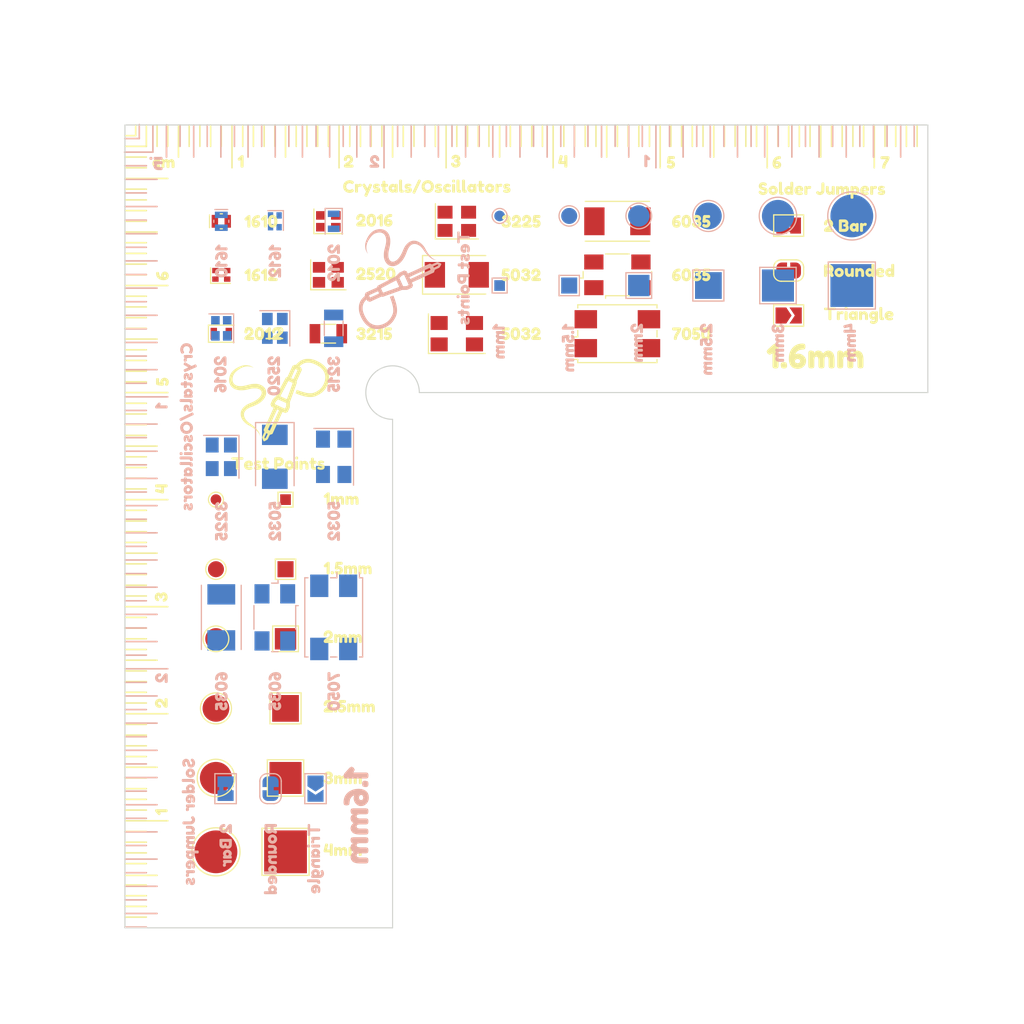
<source format=kicad_pcb>
(kicad_pcb (version 20221232) (generator pcbnew)
  (layers (0 "F.Cu" signal) (31 "B.Cu" signal) (34 "B.Paste" user) (35 "F.Paste" user) (36 "B.SilkS" user "B.Silkscreen") (37 "F.SilkS" user "F.Silkscreen") (38 "B.Mask" user) (39 "F.Mask" user) (44 "Edge.Cuts" user))
  (net 0 "")
  (footprint "TestPoint:TestPoint_Pad_D2.5mm" (layer "F.Cu") (at 28.5 134.500001 -90)
    (fp_text reference "2.5mm" hide)
    (fp_text value "TestPoint_Pad_D2.5mm")
    (pad "1" smd circle locked (at 0 0 270) (size 2.5 2.5) (layers "F.Cu" "F.Mask"))
  )
  (footprint "kibuzzard-61E053E1" (layer "F.Cu") (at 80.9 83.5)
    (fp_text reference "kibuzzard-61E053E1" hide)
    (fp_text value "G***" hide)
  )
  (footprint "kibuzzard-61E06B38" (layer "F.Cu") (at 57.015081 94)
    (fp_text reference "kibuzzard-61E06B38" hide)
    (fp_text value "G***" hide)
  )
  (footprint "TestPoint:TestPoint_Pad_D1.0mm" (layer "F.Cu") (at 28.5 115 -90)
    (fp_text reference "1mm" hide)
    (fp_text value "TestPoint_Pad_D1.0mm")
    (pad "1" smd circle locked (at 0 0 270) (size 1 1) (layers "F.Cu" "F.Mask"))
  )
  (footprint "Crystal:Crystal_SMD_2520-4Pin_2.5x2.0mm" (layer "F.Cu") (at 39 94)
    (fp_text reference "2520" hide)
    (fp_text value "Crystal_SMD_2520-4Pin_2.5x2.0mm")
    (pad "1" smd rect locked (at -0.875 0.7) (size 1.15 1) (layers "F.Cu" "F.Paste" "F.Mask"))
    (pad "2" smd rect locked (at 0.875 0.7) (size 1.15 1) (layers "F.Cu" "F.Paste" "F.Mask"))
    (pad "3" smd rect locked (at 0.875 -0.7) (size 1.15 1) (layers "F.Cu" "F.Paste" "F.Mask"))
    (pad "4" smd rect locked (at -0.875 -0.7) (size 1.15 1) (layers "F.Cu" "F.Paste" "F.Mask"))
  )
  (footprint "TestPoint:TestPoint_Pad_3.0x3.0mm" (layer "F.Cu") (at 35 141.000001 -90)
    (fp_text reference "3mm" hide)
    (fp_text value "TestPoint_Pad_3.0x3.0mm")
    (pad "1" smd rect locked (at 0 0 270) (size 3 3) (layers "F.Cu" "F.Mask"))
  )
  (footprint "TestPoint:TestPoint_Pad_D3.0mm" (layer "F.Cu") (at 28.5 141.000001 -90)
    (fp_text reference "3mm" hide)
    (fp_text value "TestPoint_Pad_D3.0mm")
    (pad "1" smd circle locked (at 0 0 270) (size 3 3) (layers "F.Cu" "F.Mask"))
  )
  (footprint "Symbols_Extra:SolderParty-New-Logo_10x8.5mm_SilkScreen" (layer "F.Cu") (at 34.720286 105.377462)
    (fp_text reference "G***" hide)
    (fp_text value "LOGO" hide)
  )
  (footprint "Crystal:Crystal_SMD_MicroCrystal_CM9V-T1A-2Pin_1.6x1.0mm" (layer "F.Cu") (at 29 89)
    (fp_text reference "1610" hide)
    (fp_text value "Crystal_SMD_MicroCrystal_CM9V-T1A-2Pin_1.6x1.0mm")
    (pad "1" smd rect locked (at -0.6 0) (size 0.6 1.2) (layers "F.Cu" "F.Paste" "F.Mask"))
    (pad "2" smd rect locked (at 0.6 0) (size 0.6 1.2) (layers "F.Cu" "F.Paste" "F.Mask"))
  )
  (footprint "kibuzzard-61E06B38" (layer "F.Cu") (at 57.015081 99.5)
    (fp_text reference "kibuzzard-61E06B38" hide)
    (fp_text value "G***" hide)
  )
  (footprint "kibuzzard-61E06B3F" (layer "F.Cu") (at 43.3 88.9)
    (fp_text reference "kibuzzard-61E06B3F" hide)
    (fp_text value "G***" hide)
  )
  (footprint "Crystal:Crystal_SMD_Abracon_ABM7-2Pin_6.0x3.5mm" (layer "F.Cu") (at 66 89)
    (fp_text reference "6035" hide)
    (fp_text value "Crystal_SMD_Abracon_ABM7-2Pin_6.0x3.5mm" hide)
    (pad "1" smd rect locked (at -2.15 0) (size 1.9 2.6) (layers "F.Cu" "F.Paste" "F.Mask"))
    (pad "2" smd rect locked (at 2.15 0) (size 1.9 2.6) (layers "F.Cu" "F.Paste" "F.Mask"))
  )
  (footprint "kibuzzard-61E06B0A" (layer "F.Cu") (at 87.3 89.4)
    (fp_text reference "kibuzzard-61E06B0A" hide)
    (fp_text value "G***" hide)
  )
  (footprint "Oscillator:Oscillator_SMD_Abracon_ASCO-4Pin_1.6x1.2mm" (layer "F.Cu") (at 29 94 90)
    (fp_text reference "1612" hide)
    (fp_text value "Oscillator_SMD_Abracon_ASCO-4Pin_1.6x1.2mm")
    (pad "1" smd rect locked (at -0.4 -0.55 90) (size 0.5 0.6) (layers "F.Cu" "F.Paste" "F.Mask"))
    (pad "2" smd rect locked (at -0.4 0.55 90) (size 0.5 0.6) (layers "F.Cu" "F.Paste" "F.Mask"))
    (pad "3" smd rect locked (at 0.4 0.55 90) (size 0.5 0.6) (layers "F.Cu" "F.Paste" "F.Mask"))
    (pad "4" smd rect locked (at 0.4 -0.55 90) (size 0.5 0.6) (layers "F.Cu" "F.Paste" "F.Mask"))
  )
  (footprint "kibuzzard-61E06AD0" (layer "F.Cu") (at 85.1 86.1)
    (fp_text reference "kibuzzard-61E06AD0" hide)
    (fp_text value "G***" hide)
  )
  (footprint "kibuzzard-61E037E5" (layer "F.Cu") (at 23.383331 124.1 90)
    (fp_text reference "kibuzzard-61E037E5" hide)
    (fp_text value "G***" hide)
  )
  (footprint "kibuzzard-61E053D5" (layer "F.Cu") (at 71 83.5)
    (fp_text reference "kibuzzard-61E053D5" hide)
    (fp_text value "G***" hide)
  )
  (footprint "kibuzzard-61E06B4F" (layer "F.Cu") (at 32.7 89)
    (fp_text reference "kibuzzard-61E06B4F" hide)
    (fp_text value "G***" hide)
  )
  (footprint "Crystal:Crystal_SMD_2016-4Pin_2.0x1.6mm" (layer "F.Cu") (at 39 89)
    (fp_text reference "2016" hide)
    (fp_text value "Crystal_SMD_2016-4Pin_2.0x1.6mm")
    (pad "1" smd rect locked (at -0.7 0.55) (size 0.9 0.8) (layers "F.Cu" "F.Paste" "F.Mask"))
    (pad "2" smd rect locked (at 0.7 0.55) (size 0.9 0.8) (layers "F.Cu" "F.Paste" "F.Mask"))
    (pad "3" smd rect locked (at 0.7 -0.55) (size 0.9 0.8) (layers "F.Cu" "F.Paste" "F.Mask"))
    (pad "4" smd rect locked (at -0.7 -0.55) (size 0.9 0.8) (layers "F.Cu" "F.Paste" "F.Mask"))
  )
  (footprint "kibuzzard-61E06B80" (layer "F.Cu") (at 40.9524 134.3)
    (fp_text reference "kibuzzard-61E06B80" hide)
    (fp_text value "G***" hide)
  )
  (footprint "TestPoint:TestPoint_Pad_D4.0mm" (layer "F.Cu") (at 28.5 147.9 -90)
    (fp_text reference "REF**" hide)
    (fp_text value "TestPoint_Pad_D4.0mm")
    (pad "1" smd circle locked (at 0 0 270) (size 4 4) (layers "F.Cu" "F.Mask"))
  )
  (footprint "kibuzzard-61E037E3" (layer "F.Cu") (at 23.392062 134 90)
    (fp_text reference "kibuzzard-61E037E3" hide)
    (fp_text value "G***" hide)
  )
  (footprint "kibuzzard-61E06B15" (layer "F.Cu") (at 88.545394 97.8)
    (fp_text reference "kibuzzard-61E06B15" hide)
    (fp_text value "G***" hide)
  )
  (footprint "kibuzzard-61E06B7A" (layer "F.Cu") (at 40.343594 127.8)
    (fp_text reference "kibuzzard-61E06B7A" hide)
    (fp_text value "G***" hide)
  )
  (footprint "Crystal:Crystal_SMD_2012-2Pin_2.0x1.2mm" (layer "F.Cu") (at 29 99.5)
    (fp_text reference "2012" hide)
    (fp_text value "Crystal_SMD_2012-2Pin_2.0x1.2mm")
    (pad "1" smd rect locked (at -0.7 0) (size 0.6 1.1) (layers "F.Cu" "F.Paste" "F.Mask"))
    (pad "2" smd rect locked (at 0.7 0) (size 0.6 1.1) (layers "F.Cu" "F.Paste" "F.Mask"))
  )
  (footprint "Crystal:Crystal_SMD_3215-2Pin_3.2x1.5mm" (layer "F.Cu") (at 39 99.5)
    (fp_text reference "3215" hide)
    (fp_text value "Crystal_SMD_3215-2Pin_3.2x1.5mm")
    (pad "1" smd rect locked (at 1.25 0) (size 1 1.8) (layers "F.Cu" "F.Paste" "F.Mask"))
    (pad "2" smd rect locked (at -1.25 0) (size 1 1.8) (layers "F.Cu" "F.Paste" "F.Mask"))
  )
  (footprint "kibuzzard-61E037E9" (layer "F.Cu") (at 60.9 83.4)
    (fp_text reference "kibuzzard-61E037E9" hide)
    (fp_text value "G***" hide)
  )
  (footprint "kibuzzard-61E053ED" (layer "F.Cu") (at 91 83.5)
    (fp_text reference "kibuzzard-61E053ED" hide)
    (fp_text value "G***" hide)
  )
  (footprint "kibuzzard-61E06A9F" (layer "F.Cu") (at 48.2 85.9)
    (fp_text reference "kibuzzard-61E06A9F" hide)
    (fp_text value "G***" hide)
  )
  (footprint "kibuzzard-61E06B89" (layer "F.Cu") (at 40.338037 147.7)
    (fp_text reference "kibuzzard-61E06B89" hide)
    (fp_text value "G***" hide)
  )
  (footprint "TestPoint:TestPoint_Pad_D2.0mm" (layer "F.Cu") (at 28.5 128.000001 -90)
    (fp_text reference "2mm" hide)
    (fp_text value "TestPoint_Pad_D2.0mm")
    (pad "1" smd circle locked (at 0 0 270) (size 2 2) (layers "F.Cu" "F.Mask"))
  )
  (footprint "kibuzzard-61E06B49" (layer "F.Cu") (at 43.276187 99.5)
    (fp_text reference "kibuzzard-61E06B49" hide)
    (fp_text value "G***" hide)
  )
  (footprint "Crystal:Crystal_SMD_3225-4Pin_3.2x2.5mm" (layer "F.Cu") (at 51 89)
    (fp_text reference "3225" hide)
    (fp_text value "Crystal_SMD_3225-4Pin_3.2x2.5mm")
    (pad "1" smd rect locked (at -1.1 0.85) (size 1.4 1.2) (layers "F.Cu" "F.Paste" "F.Mask"))
    (pad "2" smd rect locked (at 1.1 0.85) (size 1.4 1.2) (layers "F.Cu" "F.Paste" "F.Mask"))
    (pad "3" smd rect locked (at 1.1 -0.85) (size 1.4 1.2) (layers "F.Cu" "F.Paste" "F.Mask"))
    (pad "4" smd rect locked (at -1.1 -0.85) (size 1.4 1.2) (layers "F.Cu" "F.Paste" "F.Mask"))
  )
  (footprint "kibuzzard-61E06B63" (layer "F.Cu") (at 34.3 111.6)
    (fp_text reference "kibuzzard-61E06B63" hide)
    (fp_text value "G***" hide)
  )
  (footprint "kibuzzard-61E06B44" (layer "F.Cu") (at 43.436525 93.9)
    (fp_text reference "kibuzzard-61E06B44" hide)
    (fp_text value "G***" hide)
  )
  (footprint "kibuzzard-61E06B5A" (layer "F.Cu") (at 32.899231 99.5)
    (fp_text reference "kibuzzard-61E06B5A" hide)
    (fp_text value "G***" hide)
  )
  (footprint "TestPoint:TestPoint_Pad_1.0x1.0mm" (layer "F.Cu") (at 35 115 -90)
    (fp_text reference "1mm" hide)
    (fp_text value "TestPoint_Pad_1.0x1.0mm")
    (pad "1" smd rect locked (at 0 0 270) (size 1 1) (layers "F.Cu" "F.Mask"))
  )
  (footprint "Crystal:Crystal_SMD_Abracon_ABM3-2Pin_5.0x3.2mm" (layer "F.Cu") (at 51 94)
    (fp_text reference "5032" hide)
    (fp_text value "Crystal_SMD_Abracon_ABM3-2Pin_5.0x3.2mm" hide)
    (pad "1" smd rect locked (at -2.05 0) (size 1.9 2.4) (layers "F.Cu" "F.Paste" "F.Mask"))
    (pad "2" smd rect locked (at 2.05 0) (size 1.9 2.4) (layers "F.Cu" "F.Paste" "F.Mask"))
  )
  (footprint "Jumper:SolderJumper-2_P1.3mm_Bridged_RoundedPad1.0x1.5mm" (layer "F.Cu") (at 82 93.6)
    (fp_text reference "Rounded" hide)
    (fp_text value "SolderJumper-2_P1.3mm_Bridged_RoundedPad1.0x1.5mm")
    (fp_poly (pts (xy 0.25 -0.3) (xy -0.25 -0.3) (xy -0.25 0.3) (xy 0.25 0.3)) (fill solid) (layer "F.Cu"))
    (pad "1" smd custom locked (at -0.65 0) (size 1 0.5) (layers "F.Cu" "F.Mask") (options (clearance outline) (anchor rect)) (primitives (gr_circle (center 0 0.25) (end 0.5 0.25) (width 0) (fill yes)) (gr_circle (center 0 -0.25) (end 0.5 -0.25) (width 0) (fill yes)) (gr_poly (pts (xy 0.5 0.75) (xy 0 0.75) (xy 0 -0.75) (xy 0.5 -0.75)) (width 0) (fill yes))))
    (pad "2" smd custom locked (at 0.65 0) (size 1 0.5) (layers "F.Cu" "F.Mask") (options (clearance outline) (anchor rect)) (primitives (gr_circle (center 0 0.25) (end 0.5 0.25) (width 0) (fill yes)) (gr_circle (center 0 -0.25) (end 0.5 -0.25) (width 0) (fill yes)) (gr_poly (pts (xy 0 0.75) (xy -0.5 0.75) (xy -0.5 -0.75) (xy 0 -0.75)) (width 0) (fill yes))))
  )
  (footprint "kibuzzard-61E06B0F" (layer "F.Cu") (at 88.578731 93.6)
    (fp_text reference "kibuzzard-61E06B0F" hide)
    (fp_text value "G***" hide)
  )
  (footprint "kibuzzard-61E053D5" (layer "F.Cu") (at 23.5 104 90)
    (fp_text reference "kibuzzard-61E053D5" hide)
    (fp_text value "G***" hide)
  )
  (footprint "Jumper:SolderJumper-2_P1.3mm_Open_TrianglePad1.0x1.5mm" (layer "F.Cu") (at 82 97.8)
    (fp_text reference "Triangle" hide)
    (fp_text value "SolderJumper-2_P1.3mm_Open_TrianglePad1.0x1.5mm")
    (pad "1" smd custom locked (at -0.725 0) (size 0.3 0.3) (layers "F.Cu" "F.Mask") (options (clearance outline) (anchor rect)) (primitives (gr_poly (pts (xy 1 0) (xy 0.5 0.75) (xy -0.5 0.75) (xy -0.5 -0.75) (xy 0.5 -0.75)) (width 0) (fill yes))))
    (pad "2" smd custom locked (at 0.725 0) (size 0.3 0.3) (layers "F.Cu" "F.Mask") (options (clearance outline) (anchor rect)) (primitives (gr_poly (pts (xy 0.5 0.75) (xy -0.65 0.75) (xy -0.15 0) (xy -0.65 -0.75) (xy 0.5 -0.75)) (width 0) (fill yes))))
  )
  (footprint "TestPoint:TestPoint_Pad_2.5x2.5mm" (layer "F.Cu") (at 35 134.500001 -90)
    (fp_text reference "2.5mm" hide)
    (fp_text value "TestPoint_Pad_2.5x2.5mm")
    (pad "1" smd rect locked (at 0 0 270) (size 2.5 2.5) (layers "F.Cu" "F.Mask"))
  )
  (footprint "kibuzzard-61E067FC" (layer "F.Cu") (at 84.460234 101.6)
    (fp_text reference "kibuzzard-61E067FC" hide)
    (fp_text value "G***" hide)
  )
  (footprint "kibuzzard-61E037DF" (layer "F.Cu") (at 30.8 83.4)
    (fp_text reference "kibuzzard-61E037DF" hide)
    (fp_text value "G***" hide)
  )
  (footprint "TestPoint:TestPoint_Pad_2.0x2.0mm" (layer "F.Cu") (at 35 128 -90)
    (fp_text reference "2mm" hide)
    (fp_text value "TestPoint_Pad_2.0x2.0mm")
    (pad "1" smd rect locked (at 0 0 270) (size 2 2) (layers "F.Cu" "F.Mask"))
  )
  (footprint "kibuzzard-61E06B75" (layer "F.Cu") (at 40.8 121.4)
    (fp_text reference "kibuzzard-61E06B75" hide)
    (fp_text value "G***" hide)
  )
  (footprint "kibuzzard-61E06B2B" (layer "F.Cu") (at 72.908731 99.5)
    (fp_text reference "kibuzzard-61E06B2B" hide)
    (fp_text value "G***" hide)
  )
  (footprint "Crystal:Crystal_SMD_5032-4Pin_5.0x3.2mm" (layer "F.Cu") (at 51 99.5)
    (fp_text reference "5032" hide)
    (fp_text value "Crystal_SMD_5032-4Pin_5.0x3.2mm")
    (pad "1" smd rect locked (at -1.65 1) (size 1.6 1.3) (layers "F.Cu" "F.Paste" "F.Mask"))
    (pad "2" smd rect locked (at 1.65 1) (size 1.6 1.3) (layers "F.Cu" "F.Paste" "F.Mask"))
    (pad "3" smd rect locked (at 1.65 -1) (size 1.6 1.3) (layers "F.Cu" "F.Paste" "F.Mask"))
    (pad "4" smd rect locked (at -1.65 -1) (size 1.6 1.3) (layers "F.Cu" "F.Paste" "F.Mask"))
  )
  (footprint "TestPoint:TestPoint_Pad_D1.5mm" (layer "F.Cu") (at 28.5 121.5 -90)
    (fp_text reference "1.5mm" hide)
    (fp_text value "TestPoint_Pad_D1.5mm")
    (pad "1" smd circle locked (at 0 0 270) (size 1.5 1.5) (layers "F.Cu" "F.Mask"))
  )
  (footprint "TestPoint:TestPoint_Pad_1.5x1.5mm" (layer "F.Cu") (at 35 121.5 -90)
    (fp_text reference "1.5mm" hide)
    (fp_text value "TestPoint_Pad_1.5x1.5mm")
    (pad "1" smd rect locked (at 0 0 270) (size 1.5 1.5) (layers "F.Cu" "F.Mask"))
  )
  (footprint "kibuzzard-61E06B21" (layer "F.Cu") (at 72.9 89)
    (fp_text reference "kibuzzard-61E06B21" hide)
    (fp_text value "G***" hide)
  )
  (footprint "Crystal:Crystal_SMD_7050-4Pin_7.0x5.0mm" (layer "F.Cu") (at 66 99.5)
    (fp_text reference "7050" hide)
    (fp_text value "Crystal_SMD_7050-4Pin_7.0x5.0mm")
    (pad "1" smd rect locked (at -2.95 1.35) (size 2.1 1.7) (layers "F.Cu" "F.Paste" "F.Mask"))
    (pad "2" smd rect locked (at 2.95 1.35) (size 2.1 1.7) (layers "F.Cu" "F.Paste" "F.Mask"))
    (pad "3" smd rect locked (at 2.95 -1.35) (size 2.1 1.7) (layers "F.Cu" "F.Paste" "F.Mask"))
    (pad "4" smd rect locked (at -2.95 -1.35) (size 2.1 1.7) (layers "F.Cu" "F.Paste" "F.Mask"))
  )
  (footprint "kibuzzard-61E06B31" (layer "F.Cu") (at 57 89)
    (fp_text reference "kibuzzard-61E06B31" hide)
    (fp_text value "G***" hide)
  )
  (footprint "kibuzzard-61E06B54" (layer "F.Cu") (at 32.708731 94)
    (fp_text reference "kibuzzard-61E06B54" hide)
    (fp_text value "G***" hide)
  )
  (footprint "Crystal:Crystal_SMD_0603-4Pin_6.0x3.5mm" (layer "F.Cu") (at 66 94)
    (fp_text reference "6035" hide)
    (fp_text value "Crystal_SMD_0603-4Pin_6.0x3.5mm")
    (pad "1" smd rect locked (at -2.2 1.2) (size 1.8 1.4) (layers "F.Cu" "F.Paste" "F.Mask"))
    (pad "2" smd rect locked (at 2.2 1.2) (size 1.8 1.4) (layers "F.Cu" "F.Paste" "F.Mask"))
    (pad "3" smd rect locked (at 2.2 -1.2) (size 1.8 1.4) (layers "F.Cu" "F.Paste" "F.Mask"))
    (pad "4" smd rect locked (at -2.2 -1.2) (size 1.8 1.4) (layers "F.Cu" "F.Paste" "F.Mask"))
  )
  (footprint "kibuzzard-61E037DF" (layer "F.Cu") (at 23.4 144.2 90)
    (fp_text reference "kibuzzard-61E037DF" hide)
    (fp_text value "G***" hide)
  )
  (footprint "kibuzzard-61E06B85" (layer "F.Cu") (at 40.3428 141)
    (fp_text reference "kibuzzard-61E06B85" hide)
    (fp_text value "G***" hide)
  )
  (footprint "Jumper:SolderJumper-2_P1.3mm_Bridged2Bar_Pad1.0x1.5mm" (layer "F.Cu") (at 82 89.4)
    (fp_text reference "2 Bar" hide)
    (fp_text value "SolderJumper-2_P1.3mm_Bridged2Bar_Pad1.0x1.5mm")
    (fp_poly (pts (xy -0.25 -0.6) (xy 0.25 -0.6) (xy 0.25 -0.2) (xy -0.25 -0.2)) (fill solid) (layer "F.Cu"))
    (fp_poly (pts (xy -0.25 0.2) (xy 0.25 0.2) (xy 0.25 0.6) (xy -0.25 0.6)) (fill solid) (layer "F.Cu"))
    (pad "1" smd rect locked (at -0.65 0) (size 1 1.5) (layers "F.Cu" "F.Mask"))
    (pad "2" smd rect locked (at 0.65 0) (size 1 1.5) (layers "F.Cu" "F.Mask"))
  )
  (footprint "kibuzzard-61E06B71" (layer "F.Cu") (at 40.191194 114.9)
    (fp_text reference "kibuzzard-61E06B71" hide)
    (fp_text value "G***" hide)
  )
  (footprint "kibuzzard-61E037E5" (layer "F.Cu") (at 50.9 83.383331)
    (fp_text reference "kibuzzard-61E037E5" hide)
    (fp_text value "G***" hide)
  )
  (footprint "kibuzzard-61E037D5" (layer "F.Cu") (at 23.6 83.6)
    (fp_text reference "kibuzzard-61E037D5" hide)
    (fp_text value "G***" hide)
  )
  (footprint "kibuzzard-61E037E3" (layer "F.Cu") (at 40.9 83.392062)
    (fp_text reference "kibuzzard-61E037E3" hide)
    (fp_text value "G***" hide)
  )
  (footprint "kibuzzard-61E037E9" (layer "F.Cu") (at 23.4 114 90)
    (fp_text reference "kibuzzard-61E037E9" hide)
    (fp_text value "G***" hide)
  )
  (footprint "TestPoint:TestPoint_Pad_4.0x4.0mm" (layer "F.Cu") (at 35 147.9 -90)
    (fp_text reference "4mm" hide)
    (fp_text value "TestPoint_Pad_4.0x4.0mm")
    (pad "1" smd rect locked (at 0 0 270) (size 4 4) (layers "F.Cu" "F.Mask"))
  )
  (footprint "kibuzzard-61E053E1" (layer "F.Cu") (at 23.5 94.1 90)
    (fp_text reference "kibuzzard-61E053E1" hide)
    (fp_text value "G***" hide)
  )
  (footprint "kibuzzard-61E06B21" (layer "F.Cu") (at 72.9 94)
    (fp_text reference "kibuzzard-61E06B21" hide)
    (fp_text value "G***" hide)
  )
  (footprint "Crystal:Crystal_SMD_3225-4Pin_3.2x2.5mm" (layer "B.Cu") (at 29 111 -90)
    (fp_text reference "3225" hide)
    (fp_text value "Crystal_SMD_3225-4Pin_3.2x2.5mm")
    (pad "1" smd rect locked (at -1.1 -0.85 270) (size 1.4 1.2) (layers "B.Cu" "B.Paste" "B.Mask"))
    (pad "2" smd rect locked (at 1.1 -0.85 270) (size 1.4 1.2) (layers "B.Cu" "B.Paste" "B.Mask"))
    (pad "3" smd rect locked (at 1.1 0.85 270) (size 1.4 1.2) (layers "B.Cu" "B.Paste" "B.Mask"))
    (pad "4" smd rect locked (at -1.1 0.85 270) (size 1.4 1.2) (layers "B.Cu" "B.Paste" "B.Mask"))
  )
  (footprint "kibuzzard-61E06B49" (layer "B.Cu") (at 39.5 103.276187 -90)
    (fp_text reference "kibuzzard-61E06B49" hide)
    (fp_text value "G***" hide)
  )
  (footprint "TestPoint:TestPoint_Pad_D3.0mm" (layer "B.Cu") (at 81.000001 88.5)
    (fp_text reference "3mm" hide)
    (fp_text value "TestPoint_Pad_D3.0mm")
    (pad "1" smd circle locked (at 0 0) (size 3 3) (layers "B.Cu" "B.Mask"))
  )
  (footprint "kibuzzard-61E06B54" (layer "B.Cu") (at 34 92.708731 -90)
    (fp_text reference "kibuzzard-61E06B54" hide)
    (fp_text value "G***" hide)
  )
  (footprint "kibuzzard-61E06B3F" (layer "B.Cu") (at 28.9 103.3 -90)
    (fp_text reference "kibuzzard-61E06B3F" hide)
    (fp_text value "G***" hide)
  )
  (footprint "kibuzzard-61E06B21" (layer "B.Cu") (at 29 132.9 -90)
    (fp_text reference "kibuzzard-61E06B21" hide)
    (fp_text value "G***" hide)
  )
  (footprint "TestPoint:TestPoint_Pad_D2.5mm" (layer "B.Cu") (at 74.500001 88.5)
    (fp_text reference "2.5mm" hide)
    (fp_text value "TestPoint_Pad_D2.5mm")
    (pad "1" smd circle locked (at 0 0) (size 2.5 2.5) (layers "B.Cu" "B.Mask"))
  )
  (footprint "kibuzzard-61E06B31" (layer "B.Cu") (at 29 117 -90)
    (fp_text reference "kibuzzard-61E06B31" hide)
    (fp_text value "G***" hide)
  )
  (footprint "TestPoint:TestPoint_Pad_2.0x2.0mm" (layer "B.Cu") (at 68 95)
    (fp_text reference "2mm" hide)
    (fp_text value "TestPoint_Pad_2.0x2.0mm")
    (pad "1" smd rect locked (at 0 0) (size 2 2) (layers "B.Cu" "B.Mask"))
  )
  (footprint "kibuzzard-61E06243" (layer "B.Cu") (at 43.3 83.399999 180)
    (fp_text reference "kibuzzard-61E06243" hide)
    (fp_text value "G***" hide)
  )
  (footprint "kibuzzard-61E037DF" (layer "B.Cu") (at 68.8 83.3628 180)
    (fp_text reference "kibuzzard-61E037DF" hide)
    (fp_text value "G***" hide)
  )
  (footprint "kibuzzard-61E03F3F" (layer "B.Cu") (at 22.9 83.6 -90)
    (fp_text reference "kibuzzard-61E03F3F" hide)
    (fp_text value "G***" hide)
  )
  (footprint "Crystal:Crystal_SMD_5032-4Pin_5.0x3.2mm" (layer "B.Cu") (at 39.5 111 -90)
    (fp_text reference "5032" hide)
    (fp_text value "Crystal_SMD_5032-4Pin_5.0x3.2mm")
    (pad "1" smd rect locked (at -1.65 -1 270) (size 1.6 1.3) (layers "B.Cu" "B.Paste" "B.Mask"))
    (pad "2" smd rect locked (at 1.65 -1 270) (size 1.6 1.3) (layers "B.Cu" "B.Paste" "B.Mask"))
    (pad "3" smd rect locked (at 1.65 1 270) (size 1.6 1.3) (layers "B.Cu" "B.Paste" "B.Mask"))
    (pad "4" smd rect locked (at -1.65 1 270) (size 1.6 1.3) (layers "B.Cu" "B.Paste" "B.Mask"))
  )
  (footprint "kibuzzard-61E06B63" (layer "B.Cu") (at 51.6 94.3 -90)
    (fp_text reference "kibuzzard-61E06B63" hide)
    (fp_text value "G***" hide)
  )
  (footprint "TestPoint:TestPoint_Pad_3.0x3.0mm" (layer "B.Cu") (at 81.000001 95)
    (fp_text reference "3mm" hide)
    (fp_text value "TestPoint_Pad_3.0x3.0mm")
    (pad "1" smd rect locked (at 0 0) (size 3 3) (layers "B.Cu" "B.Mask"))
  )
  (footprint "Crystal:Crystal_SMD_2520-4Pin_2.5x2.0mm" (layer "B.Cu") (at 34 99 -90)
    (fp_text reference "2520" hide)
    (fp_text value "Crystal_SMD_2520-4Pin_2.5x2.0mm")
    (pad "1" smd rect locked (at -0.875 -0.7 270) (size 1.15 1) (layers "B.Cu" "B.Paste" "B.Mask"))
    (pad "2" smd rect locked (at 0.875 -0.7 270) (size 1.15 1) (layers "B.Cu" "B.Paste" "B.Mask"))
    (pad "3" smd rect locked (at 0.875 0.7 270) (size 1.15 1) (layers "B.Cu" "B.Paste" "B.Mask"))
    (pad "4" smd rect locked (at -0.875 0.7 270) (size 1.15 1) (layers "B.Cu" "B.Paste" "B.Mask"))
  )
  (footprint "TestPoint:TestPoint_Pad_D1.5mm" (layer "B.Cu") (at 61.5 88.5)
    (fp_text reference "1.5mm" hide)
    (fp_text value "TestPoint_Pad_D1.5mm")
    (pad "1" smd circle locked (at 0 0) (size 1.5 1.5) (layers "B.Cu" "B.Mask"))
  )
  (footprint "Crystal:Crystal_SMD_2016-4Pin_2.0x1.6mm" (layer "B.Cu") (at 29 99 -90)
    (fp_text reference "2016" hide)
    (fp_text value "Crystal_SMD_2016-4Pin_2.0x1.6mm")
    (pad "1" smd rect locked (at -0.7 -0.55 270) (size 0.9 0.8) (layers "B.Cu" "B.Paste" "B.Mask"))
    (pad "2" smd rect locked (at 0.7 -0.55 270) (size 0.9 0.8) (layers "B.Cu" "B.Paste" "B.Mask"))
    (pad "3" smd rect locked (at 0.7 0.55 270) (size 0.9 0.8) (layers "B.Cu" "B.Paste" "B.Mask"))
    (pad "4" smd rect locked (at -0.7 0.55 270) (size 0.9 0.8) (layers "B.Cu" "B.Paste" "B.Mask"))
  )
  (footprint "kibuzzard-61E06B80" (layer "B.Cu") (at 74.3 100.9524 -90)
    (fp_text reference "kibuzzard-61E06B80" hide)
    (fp_text value "G***" hide)
  )
  (footprint "TestPoint:TestPoint_Pad_D1.0mm" (layer "B.Cu") (at 55 88.5)
    (fp_text reference "1mm" hide)
    (fp_text value "TestPoint_Pad_D1.0mm")
    (pad "1" smd circle locked (at 0 0) (size 1 1) (layers "B.Cu" "B.Mask"))
  )
  (footprint "kibuzzard-61E06B85" (layer "B.Cu") (at 81 100.3428 -90)
    (fp_text reference "kibuzzard-61E06B85" hide)
    (fp_text value "G***" hide)
  )
  (footprint "Crystal:Crystal_SMD_3215-2Pin_3.2x1.5mm" (layer "B.Cu") (at 39.5 99 -90)
    (fp_text reference "3215" hide)
    (fp_text value "Crystal_SMD_3215-2Pin_3.2x1.5mm")
    (pad "1" smd rect locked (at 1.25 0 270) (size 1 1.8) (layers "B.Cu" "B.Paste" "B.Mask"))
    (pad "2" smd rect locked (at -1.25 0 270) (size 1 1.8) (layers "B.Cu" "B.Paste" "B.Mask"))
  )
  (footprint "kibuzzard-61E06B7A" (layer "B.Cu") (at 67.8 100.343594 -90)
    (fp_text reference "kibuzzard-61E06B7A" hide)
    (fp_text value "G***" hide)
  )
  (footprint "kibuzzard-61E06AD0" (layer "B.Cu") (at 26.1 145.1 -90)
    (fp_text reference "kibuzzard-61E06AD0" hide)
    (fp_text value "G***" hide)
  )
  (footprint "kibuzzard-61E06B0F" (layer "B.Cu") (at 33.6 148.578731 -90)
    (fp_text reference "kibuzzard-61E06B0F" hide)
    (fp_text value "G***" hide)
  )
  (footprint "kibuzzard-61E06B38" (layer "B.Cu") (at 34 117.015081 -90)
    (fp_text reference "kibuzzard-61E06B38" hide)
    (fp_text value "G***" hide)
  )
  (footprint "Jumper:SolderJumper-2_P1.3mm_Bridged2Bar_Pad1.0x1.5mm" (layer "B.Cu") (at 29.4 142 -90)
    (fp_text reference "2 Bar" hide)
    (fp_text value "SolderJumper-2_P1.3mm_Bridged2Bar_Pad1.0x1.5mm")
    (fp_poly (pts (xy -0.25 -0.2) (xy 0.25 -0.2) (xy 0.25 -0.6) (xy -0.25 -0.6)) (fill solid) (layer "B.Cu"))
    (fp_poly (pts (xy -0.25 0.6) (xy 0.25 0.6) (xy 0.25 0.2) (xy -0.25 0.2)) (fill solid) (layer "B.Cu"))
    (pad "1" smd rect locked (at -0.65 0 270) (size 1 1.5) (layers "B.Cu" "B.Mask"))
    (pad "2" smd rect locked (at 0.65 0 270) (size 1 1.5) (layers "B.Cu" "B.Mask"))
  )
  (footprint "Jumper:SolderJumper-2_P1.3mm_Bridged_RoundedPad1.0x1.5mm" (layer "B.Cu") (at 33.6 142 -90)
    (fp_text reference "Rounded" hide)
    (fp_text value "SolderJumper-2_P1.3mm_Bridged_RoundedPad1.0x1.5mm")
    (fp_poly (pts (xy 0.25 0.3) (xy -0.25 0.3) (xy -0.25 -0.3) (xy 0.25 -0.3)) (fill solid) (layer "B.Cu"))
    (pad "1" smd custom locked (at -0.65 0 270) (size 1 0.5) (layers "B.Cu" "B.Mask") (options (clearance outline) (anchor rect)) (primitives (gr_circle (center 0 -0.25) (end 0.5 -0.25) (width 0) (fill yes)) (gr_circle (center 0 0.25) (end 0.5 0.25) (width 0) (fill yes)) (gr_poly (pts (xy 0.5 -0.75) (xy 0 -0.75) (xy 0 0.75) (xy 0.5 0.75)) (width 0) (fill yes))))
    (pad "2" smd custom locked (at 0.65 0 270) (size 1 0.5) (layers "B.Cu" "B.Mask") (options (clearance outline) (anchor rect)) (primitives (gr_circle (center 0 -0.25) (end 0.5 -0.25) (width 0) (fill yes)) (gr_circle (center 0 0.25) (end 0.5 0.25) (width 0) (fill yes)) (gr_poly (pts (xy 0 -0.75) (xy -0.5 -0.75) (xy -0.5 0.75) (xy 0 0.75)) (width 0) (fill yes))))
  )
  (footprint "TestPoint:TestPoint_Pad_1.5x1.5mm" (layer "B.Cu") (at 61.5 95)
    (fp_text reference "1.5mm" hide)
    (fp_text value "TestPoint_Pad_1.5x1.5mm")
    (pad "1" smd rect locked (at 0 0) (size 1.5 1.5) (layers "B.Cu" "B.Mask"))
  )
  (footprint "TestPoint:TestPoint_Pad_2.5x2.5mm" (layer "B.Cu") (at 74.500001 95)
    (fp_text reference "2.5mm" hide)
    (fp_text value "TestPoint_Pad_2.5x2.5mm")
    (pad "1" smd rect locked (at 0 0) (size 2.5 2.5) (layers "B.Cu" "B.Mask"))
  )
  (footprint "Crystal:Crystal_SMD_Abracon_ABM3-2Pin_5.0x3.2mm" (layer "B.Cu") (at 34 111 -90)
    (fp_text reference "5032" hide)
    (fp_text value "Crystal_SMD_Abracon_ABM3-2Pin_5.0x3.2mm" hide)
    (pad "1" smd rect locked (at -2.05 0 270) (size 1.9 2.4) (layers "B.Cu" "B.Paste" "B.Mask"))
    (pad "2" smd rect locked (at 2.05 0 270) (size 1.9 2.4) (layers "B.Cu" "B.Paste" "B.Mask"))
  )
  (footprint "kibuzzard-61E06243" (layer "B.Cu") (at 23.399999 131.6736 -90)
    (fp_text reference "kibuzzard-61E06243" hide)
    (fp_text value "G***" hide)
  )
  (footprint "kibuzzard-61E06B89" (layer "B.Cu") (at 87.7 100.338037 -90)
    (fp_text reference "kibuzzard-61E06B89" hide)
    (fp_text value "G***" hide)
  )
  (footprint "kibuzzard-61E06B71" (layer "B.Cu") (at 54.9 100.191194 -90)
    (fp_text reference "kibuzzard-61E06B71" hide)
    (fp_text value "G***" hide)
  )
  (footprint "Crystal:Crystal_SMD_2012-2Pin_2.0x1.2mm" (layer "B.Cu") (at 39.5 89 -90)
    (fp_text reference "2012" hide)
    (fp_text value "Crystal_SMD_2012-2Pin_2.0x1.2mm")
    (fp_text user "${REFERENCE}" (at 10.499998 8.5) (layer "F.SilkS") (effects (justify left)))
    (pad "1" smd rect locked (at -0.7 0 270) (size 0.6 1.1) (layers "B.Cu" "B.Paste" "B.Mask"))
    (pad "2" smd rect locked (at 0.7 0 270) (size 0.6 1.1) (layers "B.Cu" "B.Paste" "B.Mask"))
  )
  (footprint "kibuzzard-61E06B2B" (layer "B.Cu") (at 39.5 132.908731 -90)
    (fp_text reference "kibuzzard-61E06B2B" hide)
    (fp_text value "G***" hide)
  )
  (footprint "TestPoint:TestPoint_Pad_1.0x1.0mm" (layer "B.Cu") (at 55 95)
    (fp_text reference "1mm" hide)
    (fp_text value "TestPoint_Pad_1.0x1.0mm")
    (pad "1" smd rect locked (at 0 0) (size 1 1) (layers "B.Cu" "B.Mask"))
  )
  (footprint "kibuzzard-61E06B75" (layer "B.Cu") (at 61.4 100.8 -90)
    (fp_text reference "kibuzzard-61E06B75" hide)
    (fp_text value "G***" hide)
  )
  (footprint "kibuzzard-61E06B0A" (layer "B.Cu") (at 29.4 147.3 -90)
    (fp_text reference "kibuzzard-61E06B0A" hide)
    (fp_text value "G***" hide)
  )
  (footprint "kibuzzard-61E06B15" (layer "B.Cu") (at 37.8 148.545394 -90)
    (fp_text reference "kibuzzard-61E06B15" hide)
    (fp_text value "G***" hide)
  )
  (footprint "TestPoint:TestPoint_Pad_D4.0mm" (layer "B.Cu") (at 87.9 88.5)
    (fp_text reference "REF**" hide)
    (fp_text value "TestPoint_Pad_D4.0mm")
    (pad "1" smd circle locked (at 0 0) (size 4 4) (layers "B.Cu" "B.Mask"))
  )
  (footprint "kibuzzard-61E06B5A" (layer "B.Cu") (at 39.5 92.899231 -90)
    (fp_text reference "kibuzzard-61E06B5A" hide)
    (fp_text value "G***" hide)
  )
  (footprint "kibuzzard-61E06B4F" (layer "B.Cu") (at 29 92.7 -90)
    (fp_text reference "kibuzzard-61E06B4F" hide)
    (fp_text value "G***" hide)
  )
  (footprint "Crystal:Crystal_SMD_MicroCrystal_CM9V-T1A-2Pin_1.6x1.0mm" (layer "B.Cu") (at 29 89 -90)
    (fp_text reference "1610" hide)
    (fp_text value "Crystal_SMD_MicroCrystal_CM9V-T1A-2Pin_1.6x1.0mm")
    (pad "1" smd rect locked (at -0.6 0 270) (size 0.6 1.2) (layers "B.Cu" "B.Paste" "B.Mask"))
    (pad "2" smd rect locked (at 0.6 0 270) (size 0.6 1.2) (layers "B.Cu" "B.Paste" "B.Mask"))
  )
  (footprint "Crystal:Crystal_SMD_Abracon_ABM7-2Pin_6.0x3.5mm" (layer "B.Cu") (at 29 126 -90)
    (fp_text reference "6035" hide)
    (fp_text value "Crystal_SMD_Abracon_ABM7-2Pin_6.0x3.5mm" hide)
    (pad "1" smd rect locked (at -2.15 0 270) (size 1.9 2.6) (layers "B.Cu" "B.Paste" "B.Mask"))
    (pad "2" smd rect locked (at 2.15 0 270) (size 1.9 2.6) (layers "B.Cu" "B.Paste" "B.Mask"))
  )
  (footprint "Crystal:Crystal_SMD_0603-4Pin_6.0x3.5mm" (layer "B.Cu") (at 34 126 -90)
    (fp_text reference "6035" hide)
    (fp_text value "Crystal_SMD_0603-4Pin_6.0x3.5mm")
    (pad "1" smd rect locked (at -2.2 -1.2 270) (size 1.8 1.4) (layers "B.Cu" "B.Paste" "B.Mask"))
    (pad "2" smd rect locked (at 2.2 -1.2 270) (size 1.8 1.4) (layers "B.Cu" "B.Paste" "B.Mask"))
    (pad "3" smd rect locked (at 2.2 1.2 270) (size 1.8 1.4) (layers "B.Cu" "B.Paste" "B.Mask"))
    (pad "4" smd rect locked (at -2.2 1.2 270) (size 1.8 1.4) (layers "B.Cu" "B.Paste" "B.Mask"))
  )
  (footprint "kibuzzard-61E037DF" (layer "B.Cu") (at 23.399999 106.2 -90)
    (fp_text reference "kibuzzard-61E037DF" hide)
    (fp_text value "G***" hide)
  )
  (footprint "Oscillator:Oscillator_SMD_Abracon_ASCO-4Pin_1.6x1.2mm" (layer "B.Cu") (at 34 89 180)
    (fp_text reference "1612" hide)
    (fp_text value "Oscillator_SMD_Abracon_ASCO-4Pin_1.6x1.2mm")
    (pad "1" smd rect locked (at -0.4 0.55 180) (size 0.5 0.6) (layers "B.Cu" "B.Paste" "B.Mask"))
    (pad "2" smd rect locked (at -0.4 -0.55 180) (size 0.5 0.6) (layers "B.Cu" "B.Paste" "B.Mask"))
    (pad "3" smd rect locked (at 0.4 -0.55 180) (size 0.5 0.6) (layers "B.Cu" "B.Paste" "B.Mask"))
    (pad "4" smd rect locked (at 0.4 0.55 180) (size 0.5 0.6) (layers "B.Cu" "B.Paste" "B.Mask"))
  )
  (footprint "TestPoint:TestPoint_Pad_D2.0mm" (layer "B.Cu") (at 68.000001 88.5)
    (fp_text reference "2mm" hide)
    (fp_text value "TestPoint_Pad_D2.0mm")
    (pad "1" smd circle locked (at 0 0) (size 2 2) (layers "B.Cu" "B.Mask"))
  )
  (footprint "Symbols_Extra:SolderParty-New-Logo_10x8.5mm_SilkScreen" (layer "B.Cu") (at 45.377462 94.720286 -90)
    (fp_text reference "G***" hide)
    (fp_text value "LOGO" hide)
  )
  (footprint "kibuzzard-61E06B38" (layer "B.Cu") (at 39.5 117.015081 -90)
    (fp_text reference "kibuzzard-61E06B38" hide)
    (fp_text value "G***" hide)
  )
  (footprint "Crystal:Crystal_SMD_7050-4Pin_7.0x5.0mm" (layer "B.Cu") (at 39.5 126 -90)
    (fp_text reference "7050" hide)
    (fp_text value "Crystal_SMD_7050-4Pin_7.0x5.0mm")
    (pad "1" smd rect locked (at -2.95 -1.35 270) (size 2.1 1.7) (layers "B.Cu" "B.Paste" "B.Mask"))
    (pad "2" smd rect locked (at 2.95 -1.35 270) (size 2.1 1.7) (layers "B.Cu" "B.Paste" "B.Mask"))
    (pad "3" smd rect locked (at 2.95 1.35 270) (size 2.1 1.7) (layers "B.Cu" "B.Paste" "B.Mask"))
    (pad "4" smd rect locked (at -2.95 1.35 270) (size 2.1 1.7) (layers "B.Cu" "B.Paste" "B.Mask"))
  )
  (footprint "kibuzzard-61E06A9F" (layer "B.Cu") (at 25.9 108.2 -90)
    (fp_text reference "kibuzzard-61E06A9F" hide)
    (fp_text value "G***" hide)
  )
  (footprint "Jumper:SolderJumper-2_P1.3mm_Open_TrianglePad1.0x1.5mm" (layer "B.Cu") (at 37.8 142 -90)
    (fp_text reference "Triangle" hide)
    (fp_text value "SolderJumper-2_P1.3mm_Open_TrianglePad1.0x1.5mm")
    (pad "1" smd custom locked (at -0.725 0 270) (size 0.3 0.3) (layers "B.Cu" "B.Mask") (options (clearance outline) (anchor rect)) (primitives (gr_poly (pts (xy 1 0) (xy 0.5 -0.75) (xy -0.5 -0.75) (xy -0.5 0.75) (xy 0.5 0.75)) (width 0) (fill yes))))
    (pad "2" smd custom locked (at 0.725 0 270) (size 0.3 0.3) (layers "B.Cu" "B.Mask") (options (clearance outline) (anchor rect)) (primitives (gr_poly (pts (xy 0.5 -0.75) (xy -0.65 -0.75) (xy -0.15 0) (xy -0.65 0.75) (xy 0.5 0.75)) (width 0) (fill yes))))
  )
  (footprint "kibuzzard-61E067FC" (layer "B.Cu") (at 41.6 144.460234 -90)
    (fp_text reference "kibuzzard-61E067FC" hide)
    (fp_text value "G***" hide)
  )
  (footprint "kibuzzard-61E06B44" (layer "B.Cu") (at 33.9 103.436525 -90)
    (fp_text reference "kibuzzard-61E06B44" hide)
    (fp_text value "G***" hide)
  )
  (footprint "TestPoint:TestPoint_Pad_4.0x4.0mm" (layer "B.Cu") (at 87.9 95)
    (fp_text reference "4mm" hide)
    (fp_text value "TestPoint_Pad_4.0x4.0mm")
    (pad "1" smd rect locked (at 0 0) (size 4 4) (layers "B.Cu" "B.Mask"))
  )
  (footprint "kibuzzard-61E06B21" (layer "B.Cu") (at 34 132.9 -90)
    (fp_text reference "kibuzzard-61E06B21" hide)
    (fp_text value "G***" hide)
  )
  (gr_line (start 53.09 80) (end 53.09 82) (stroke (width 0.15)) (layer "B.SilkS"))
  (gr_line (start 46.74 80) (end 46.74 82.999999) (stroke (width 0.15)) (layer "B.SilkS"))
  (gr_line (start 20 151.12) (end 22.999999 151.12) (stroke (width 0.15)) (layer "B.SilkS"))
  (gr_line (start 81.03 80) (end 81.03 82) (stroke (width 0.15)) (layer "B.SilkS"))
  (gr_line (start 58.17 80) (end 58.17 82) (stroke (width 0.15)) (layer "B.SilkS"))
  (gr_line (start 27.69 80) (end 27.69 82) (stroke (width 0.15)) (layer "B.SilkS"))
  (gr_line (start 20 96.51) (end 22 96.51) (stroke (width 0.15)) (layer "B.SilkS"))
  (gr_line (start 31.5 80) (end 31.5 82.999999) (stroke (width 0.15)) (layer "B.SilkS"))
  (gr_line (start 51.82 80) (end 51.82 82.999999) (stroke (width 0.15)) (layer "B.SilkS"))
  (gr_line (start 20 114.29) (end 22 114.29) (stroke (width 0.15)) (layer "B.SilkS"))
  (gr_line (start 49.28 80) (end 49.28 82.999999) (stroke (width 0.15)) (layer "B.SilkS"))
  (gr_line (start 20 153.66) (end 22.999999 153.66) (stroke (width 0.15)) (layer "B.SilkS"))
  (gr_line (start 20 88.89) (end 22 88.89) (stroke (width 0.15)) (layer "B.SilkS"))
  (gr_line (start 20 90.16) (end 22.999999 90.16) (stroke (width 0.15)) (layer "B.SilkS"))
  (gr_line (start 61.98 80) (end 61.98 82.999999) (stroke (width 0.15)) (layer "B.SilkS"))
  (gr_line (start 20 83.81) (end 22 83.81) (stroke (width 0.15)) (layer "B.SilkS"))
  (gr_line (start 20 101.59) (end 22 101.59) (stroke (width 0.15)) (layer "B.SilkS"))
  (gr_line (start 20 135.88) (end 22.999999 135.88) (stroke (width 0.15)) (layer "B.SilkS"))
  (gr_line (start 64.52 80) (end 64.52 82.999999) (stroke (width 0.15)) (layer "B.SilkS"))
  (gr_line (start 34.04 80) (end 34.04 82.999999) (stroke (width 0.15)) (layer "B.SilkS"))
  (gr_line (start 20 118.1) (end 22.999999 118.1) (stroke (width 0.15)) (layer "B.SilkS"))
  (gr_line (start 20 105.4) (end 23.999999 105.4) (stroke (width 0.15)) (layer "B.SilkS"))
  (gr_line (start 23.88 80) (end 23.88 82.999999) (stroke (width 0.15)) (layer "B.SilkS"))
  (gr_line (start 20 143.5) (end 22.999999 143.5) (stroke (width 0.15)) (layer "B.SilkS"))
  (gr_line (start 72.14 80) (end 72.14 82.999999) (stroke (width 0.15)) (layer "B.SilkS"))
  (gr_line (start 20 85.08) (end 22.999999 85.08) (stroke (width 0.15)) (layer "B.SilkS"))
  (gr_line (start 20 125.72) (end 22.999999 125.72) (stroke (width 0.15)) (layer "B.SilkS"))
  (gr_line (start 20 107.94) (end 22.999999 107.94) (stroke (width 0.15)) (layer "B.SilkS"))
  (gr_line (start 44.2 80) (end 44.2 83.999999) (stroke (width 0.15)) (layer "B.SilkS"))
  (gr_line (start 20 102.86) (end 22.999999 102.86) (stroke (width 0.15)) (layer "B.SilkS"))
  (gr_line (start 84.84 80) (end 84.84 82.999999) (stroke (width 0.15)) (layer "B.SilkS"))
  (gr_line (start 20 146.04) (end 22.999999 146.04) (stroke (width 0.15)) (layer "B.SilkS"))
  (gr_line (start 20 99.05) (end 22 99.05) (stroke (width 0.15)) (layer "B.SilkS"))
  (gr_line (start 79.76 80) (end 79.76 82.999999) (stroke (width 0.15)) (layer "B.SilkS"))
  (gr_line (start 20 83.81) (end 22 83.81) (stroke (width 0.15)) (layer "B.SilkS"))
  (gr_line (start 37.85 80) (end 37.85 82) (stroke (width 0.15)) (layer "B.SilkS"))
  (gr_line (start 20 121.91) (end 22 121.91) (stroke (width 0.15)) (layer "B.SilkS"))
  (gr_line (start 30.23 80) (end 30.23 82) (stroke (width 0.15)) (layer "B.SilkS"))
  (gr_line (start 91.19 80) (end 91.19 82) (stroke (width 0.15)) (layer "B.SilkS"))
  (gr_line (start 50.55 80) (end 50.55 82) (stroke (width 0.15)) (layer "B.SilkS"))
  (gr_line (start 20 147.31) (end 22 147.31) (stroke (width 0.15)) (layer "B.SilkS"))
  (gr_line (start 65.79 80) (end 65.79 82) (stroke (width 0.15)) (layer "B.SilkS"))
  (gr_line (start 20 133.34) (end 22.999999 133.34) (stroke (width 0.15)) (layer "B.SilkS"))
  (gr_line (start 88.65 80) (end 88.65 82) (stroke (width 0.15)) (layer "B.SilkS"))
  (gr_line (start 78.49 80) (end 78.49 82) (stroke (width 0.15)) (layer "B.SilkS"))
  (gr_line (start 20 104.13) (end 22 104.13) (stroke (width 0.15)) (layer "B.SilkS"))
  (gr_line (start 20 87.62) (end 22.999999 87.62) (stroke (width 0.15)) (layer "B.SilkS"))
  (gr_line (start 89.92 80) (end 89.92 82.999999) (stroke (width 0.15)) (layer "B.SilkS"))
  (gr_line (start 48.01 80) (end 48.01 82) (stroke (width 0.15)) (layer "B.SilkS"))
  (gr_line (start 26.42 80) (end 26.42 82.999999) (stroke (width 0.15)) (layer "B.SilkS"))
  (gr_line (start 20 95.24) (end 22.999999 95.24) (stroke (width 0.15)) (layer "B.SilkS"))
  (gr_line (start 20 130.8) (end 23.999999 130.8) (stroke (width 0.15)) (layer "B.SilkS"))
  (gr_line (start 60.71 80) (end 60.71 82) (stroke (width 0.15)) (layer "B.SilkS"))
  (gr_line (start 63.25 80) (end 63.25 82) (stroke (width 0.15)) (layer "B.SilkS"))
  (gr_line (start 45.47 80) (end 45.47 82) (stroke (width 0.15)) (layer "B.SilkS"))
  (gr_line (start 36.58 80) (end 36.58 82.999999) (stroke (width 0.15)) (layer "B.SilkS"))
  (gr_line (start 40.39 80) (end 40.39 82) (stroke (width 0.15)) (layer "B.SilkS"))
  (gr_line (start 20 106.67) (end 22 106.67) (stroke (width 0.15)) (layer "B.SilkS"))
  (gr_line (start 73.41 80) (end 73.41 82) (stroke (width 0.15)) (layer "B.SilkS"))
  (gr_line (start 55.63 80) (end 55.63 82) (stroke (width 0.15)) (layer "B.SilkS"))
  (gr_line (start 20 154.93) (end 22 154.93) (stroke (width 0.15)) (layer "B.SilkS"))
  (gr_line (start 75.95 80) (end 75.95 82) (stroke (width 0.15)) (layer "B.SilkS"))
  (gr_line (start 20 115.56) (end 22.999999 115.56) (stroke (width 0.15)) (layer "B.SilkS"))
  (gr_line (start 20 119.37) (end 22 119.37) (stroke (width 0.15)) (layer "B.SilkS"))
  (gr_line (start 20 152.39) (end 22 152.39) (stroke (width 0.15)) (layer "B.SilkS"))
  (gr_line (start 20 137.15) (end 22 137.15) (stroke (width 0.15)) (layer "B.SilkS"))
  (gr_line (start 77.22 80) (end 77.22 82.999999) (stroke (width 0.15)) (layer "B.SilkS"))
  (gr_line (start 20 93.97) (end 22 93.97) (stroke (width 0.15)) (layer "B.SilkS"))
  (gr_line (start 20 91.43) (end 22 91.43) (stroke (width 0.15)) (layer "B.SilkS"))
  (gr_line (start 20 97.78) (end 22.999999 97.78) (stroke (width 0.15)) (layer "B.SilkS"))
  (gr_line (start 20 138.42) (end 22.999999 138.42) (stroke (width 0.15)) (layer "B.SilkS"))
  (gr_line (start 86.11 80) (end 86.11 82) (stroke (width 0.15)) (layer "B.SilkS"))
  (gr_line (start 70.87 80) (end 70.87 82) (stroke (width 0.15)) (layer "B.SilkS"))
  (gr_line (start 41.66 80) (end 41.66 82.999999) (stroke (width 0.15)) (layer "B.SilkS"))
  (gr_line (start 20 142.23) (end 22 142.23) (stroke (width 0.15)) (layer "B.SilkS"))
  (gr_line (start 20 148.58) (end 22.999999 148.58) (stroke (width 0.15)) (layer "B.SilkS"))
  (gr_line (start 87.38 80) (end 87.38 82.999999) (stroke (width 0.15)) (layer "B.SilkS"))
  (gr_line (start 20 134.61) (end 22 134.61) (stroke (width 0.15)) (layer "B.SilkS"))
  (gr_line (start 20 149.85) (end 22 149.85) (stroke (width 0.15)) (layer "B.SilkS"))
  (gr_line (start 20 140.96) (end 22.999999 140.96) (stroke (width 0.15)) (layer "B.SilkS"))
  (gr_line (start 20 86.35) (end 22 86.35) (stroke (width 0.15)) (layer "B.SilkS"))
  (gr_line (start 20 139.69) (end 22 139.69) (stroke (width 0.15)) (layer "B.SilkS"))
  (gr_line (start 69.6 80) (end 69.6 83.999999) (stroke (width 0.15)) (layer "B.SilkS"))
  (gr_line (start 92.46 80) (end 92.46 82.999999) (stroke (width 0.15)) (layer "B.SilkS"))
  (gr_line (start 56.9 80) (end 56.9 82.999999) (stroke (width 0.15)) (layer "B.SilkS"))
  (gr_line (start 20 116.83) (end 22 116.83) (stroke (width 0.15)) (layer "B.SilkS"))
  (gr_line (start 20 120.64) (end 22.999999 120.64) (stroke (width 0.15)) (layer "B.SilkS"))
  (gr_line (start 28.96 80) (end 28.96 82.999999) (stroke (width 0.15)) (layer "B.SilkS"))
  (gr_line (start 67.06 80) (end 67.06 82.999999) (stroke (width 0.15)) (layer "B.SilkS"))
  (gr_line (start 19.9648 82.54) (end 22.61 82.54) (stroke (width 0.15)) (layer "B.SilkS"))
  (gr_line (start 25.15 80) (end 25.15 82) (stroke (width 0.15)) (layer "B.SilkS"))
  (gr_line (start 42.93 80) (end 42.93 82) (stroke (width 0.15)) (layer "B.SilkS"))
  (gr_line (start 93.73 80) (end 93.73 82) (stroke (width 0.15)) (layer "B.SilkS"))
  (gr_line (start 54.36 80) (end 54.36 82.999999) (stroke (width 0.15)) (layer "B.SilkS"))
  (gr_line (start 20 128.26) (end 22.999999 128.26) (stroke (width 0.15)) (layer "B.SilkS"))
  (gr_line (start 22.61 80.0154) (end 22.61 82.54) (stroke (width 0.15)) (layer "B.SilkS"))
  (gr_line (start 20 144.77) (end 22 144.77) (stroke (width 0.15)) (layer "B.SilkS"))
  (gr_line (start 20 126.99) (end 22 126.99) (stroke (width 0.15)) (layer "B.SilkS"))
  (gr_line (start 23.88 80) (end 23.88 82.999999) (stroke (width 0.15)) (layer "B.SilkS"))
  (gr_line (start 74.68 80) (end 74.68 82.999999) (stroke (width 0.15)) (layer "B.SilkS"))
  (gr_line (start 20 111.75) (end 22 111.75) (stroke (width 0.15)) (layer "B.SilkS"))
  (gr_line (start 39.12 80) (end 39.12 82.999999) (stroke (width 0.15)) (layer "B.SilkS"))
  (gr_line (start 21.34 79.9646) (end 21.34 81.27) (stroke (width 0.15)) (layer "B.SilkS"))
  (gr_line (start 20 129.53) (end 22 129.53) (stroke (width 0.15)) (layer "B.SilkS"))
  (gr_line (start 20 109.21) (end 22 109.21) (stroke (width 0.15)) (layer "B.SilkS"))
  (gr_line (start 19.9902 81.27) (end 21.34 81.27) (stroke (width 0.15)) (layer "B.SilkS"))
  (gr_line (start 59.44 80) (end 59.44 82.999999) (stroke (width 0.15)) (layer "B.SilkS"))
  (gr_line (start 20 92.7) (end 22.999999 92.7) (stroke (width 0.15)) (layer "B.SilkS"))
  (gr_line (start 82.3 80) (end 82.3 82.999999) (stroke (width 0.15)) (layer "B.SilkS"))
  (gr_line (start 20 132.07) (end 22 132.07) (stroke (width 0.15)) (layer "B.SilkS"))
  (gr_line (start 68.33 80) (end 68.33 82) (stroke (width 0.15)) (layer "B.SilkS"))
  (gr_line (start 20 124.45) (end 22 124.45) (stroke (width 0.15)) (layer "B.SilkS"))
  (gr_line (start 32.77 80) (end 32.77 82) (stroke (width 0.15)) (layer "B.SilkS"))
  (gr_line (start 20 110.48) (end 22.999999 110.48) (stroke (width 0.15)) (layer "B.SilkS"))
  (gr_line (start 83.57 80) (end 83.57 82) (stroke (width 0.15)) (layer "B.SilkS"))
  (gr_line (start 20 100.32) (end 22.999999 100.32) (stroke (width 0.15)) (layer "B.SilkS"))
  (gr_line (start 20 123.18) (end 22.999999 123.18) (stroke (width 0.15)) (layer "B.SilkS"))
  (gr_line (start 20 113.02) (end 22.999999 113.02) (stroke (width 0.15)) (layer "B.SilkS"))
  (gr_line (start 35.31 80) (end 35.31 82) (stroke (width 0.15)) (layer "B.SilkS"))
  (gr_line (start 86.999999 80) (end 87 82) (stroke (width 0.15)) (layer "F.SilkS"))
  (gr_line (start 62 80) (end 62 82) (stroke (width 0.15)) (layer "F.SilkS"))
  (gr_line (start 45 80) (end 45 83) (stroke (width 0.15)) (layer "F.SilkS"))
  (gr_line (start 20 90) (end 23 90) (stroke (width 0.15)) (layer "F.SilkS"))
  (gr_line (start 72 80) (end 72 82) (stroke (width 0.15)) (layer "F.SilkS"))
  (gr_line (start 90 80) (end 90 84) (stroke (width 0.15)) (layer "F.SilkS"))
  (gr_line (start 20 106) (end 22 106) (stroke (width 0.15)) (layer "F.SilkS"))
  (gr_line (start 81 80) (end 81 82) (stroke (width 0.15)) (layer "F.SilkS"))
  (gr_line (start 20 111) (end 22 111) (stroke (width 0.15)) (layer "F.SilkS"))
  (gr_line (start 94 80) (end 94 81.999999) (stroke (width 0.15)) (layer "F.SilkS"))
  (gr_line (start 20 108) (end 22 108) (stroke (width 0.15)) (layer "F.SilkS"))
  (gr_line (start 20 113) (end 22 113) (stroke (width 0.15)) (layer "F.SilkS"))
  (gr_line (start 27 80) (end 27 82) (stroke (width 0.15)) (layer "F.SilkS"))
  (gr_line (start 20 101) (end 22 101) (stroke (width 0.15)) (layer "F.SilkS"))
  (gr_line (start 25 80) (end 25 83) (stroke (width 0.15)) (layer "F.SilkS"))
  (gr_line (start 20 132) (end 22 132) (stroke (width 0.15)) (layer "F.SilkS"))
  (gr_line (start 82.999999 80) (end 83 82) (stroke (width 0.15)) (layer "F.SilkS"))
  (gr_line (start 20 134) (end 22 134) (stroke (width 0.15)) (layer "F.SilkS"))
  (gr_line (start 88 80) (end 88 82) (stroke (width 0.15)) (layer "F.SilkS"))
  (gr_line (start 84 80) (end 84 82.000001) (stroke (width 0.15)) (layer "F.SilkS"))
  (gr_line (start 64 80) (end 64 82) (stroke (width 0.15)) (layer "F.SilkS"))
  (gr_line (start 58 80) (end 58 82) (stroke (width 0.15)) (layer "F.SilkS"))
  (gr_line (start 20 94) (end 22 94) (stroke (width 0.15)) (layer "F.SilkS"))
  (gr_line (start 61 80) (end 61 82) (stroke (width 0.15)) (layer "F.SilkS"))
  (gr_line (start 20 148) (end 22 148) (stroke (width 0.15)) (layer "F.SilkS"))
  (gr_line (start 69 80) (end 69 82) (stroke (width 0.15)) (layer "F.SilkS"))
  (gr_line (start 20 146) (end 22 146) (stroke (width 0.15)) (layer "F.SilkS"))
  (gr_line (start 79 80) (end 79 82.000001) (stroke (width 0.15)) (layer "F.SilkS"))
  (gr_line (start 20 93) (end 22 93) (stroke (width 0.15)) (layer "F.SilkS"))
  (gr_line (start 20 95) (end 24 95) (stroke (width 0.15)) (layer "F.SilkS"))
  (gr_line (start 53 80) (end 53 82) (stroke (width 0.15)) (layer "F.SilkS"))
  (gr_line (start 20.000001 140) (end 23 140) (stroke (width 0.15)) (layer "F.SilkS"))
  (gr_line (start 57 80) (end 57 82) (stroke (width 0.15)) (layer "F.SilkS"))
  (gr_line (start 28 80) (end 28 82) (stroke (width 0.15)) (layer "F.SilkS"))
  (gr_line (start 40 80) (end 40 84) (stroke (width 0.15)) (layer "F.SilkS"))
  (gr_line (start 56 80) (end 56 82) (stroke (width 0.15)) (layer "F.SilkS"))
  (gr_line (start 20 142) (end 22 142) (stroke (width 0.15)) (layer "F.SilkS"))
  (gr_line (start 33 80) (end 33 82) (stroke (width 0.15)) (layer "F.SilkS"))
  (gr_line (start 52 80) (end 52 82) (stroke (width 0.15)) (layer "F.SilkS"))
  (gr_line (start 49 80) (end 49 82) (stroke (width 0.15)) (layer "F.SilkS"))
  (gr_line (start 20 89) (end 22 89) (stroke (width 0.15)) (layer "F.SilkS"))
  (gr_line (start 20 83) (end 22 83) (stroke (width 0.15)) (layer "F.SilkS"))
  (gr_line (start 22 80) (end 22 82) (stroke (width 0.15)) (layer "F.SilkS"))
  (gr_line (start 20 116) (end 22 116) (stroke (width 0.15)) (layer "F.SilkS"))
  (gr_line (start 21 80) (end 21 81) (stroke (width 0.15)) (layer "F.SilkS"))
  (gr_line (start 36 80) (end 36 82) (stroke (width 0.15)) (layer "F.SilkS"))
  (gr_line (start 35 80) (end 35 83) (stroke (width 0.15)) (layer "F.SilkS"))
  (gr_line (start 20 137) (end 22 137) (stroke (width 0.15)) (layer "F.SilkS"))
  (gr_line (start 20 120) (end 23 120.000001) (stroke (width 0.15)) (layer "F.SilkS"))
  (gr_line (start 59 80) (end 59 82) (stroke (width 0.15)) (layer "F.SilkS"))
  (gr_line (start 68 80) (end 68 82) (stroke (width 0.15)) (layer "F.SilkS"))
  (gr_line (start 42 80) (end 42 82) (stroke (width 0.15)) (layer "F.SilkS"))
  (gr_line (start 92 79.999999) (end 92 82) (stroke (width 0.15)) (layer "F.SilkS"))
  (gr_line (start 39 80) (end 39 82) (stroke (width 0.15)) (layer "F.SilkS"))
  (gr_line (start 20 114) (end 22 114) (stroke (width 0.15)) (layer "F.SilkS"))
  (gr_line (start 63 80) (end 63 82) (stroke (width 0.15)) (layer "F.SilkS"))
  (gr_line (start 20 124) (end 22 124) (stroke (width 0.15)) (layer "F.SilkS"))
  (gr_line (start 73.999999 80) (end 74 82) (stroke (width 0.15)) (layer "F.SilkS"))
  (gr_line (start 20 100) (end 23 100) (stroke (width 0.15)) (layer "F.SilkS"))
  (gr_line (start 77 80.000001) (end 77 82) (stroke (width 0.15)) (layer "F.SilkS"))
  (gr_line (start 26 80) (end 26 82) (stroke (width 0.15)) (layer "F.SilkS"))
  (gr_line (start 37 80) (end 37 82) (stroke (width 0.15)) (layer "F.SilkS"))
  (gr_line (start 20 91) (end 22 91) (stroke (width 0.15)) (layer "F.SilkS"))
  (gr_line (start 41 80) (end 41 82) (stroke (width 0.15)) (layer "F.SilkS"))
  (gr_line (start 71 80) (end 71.000001 82) (stroke (width 0.15)) (layer "F.SilkS"))
  (gr_line (start 73 80.000001) (end 73 82) (stroke (width 0.15)) (layer "F.SilkS"))
  (gr_line (start 20 82) (end 22 82) (stroke (width 0.15)) (layer "F.SilkS"))
  (gr_line (start 65 80) (end 65 83) (stroke (width 0.15)) (layer "F.SilkS"))
  (gr_line (start 20 115) (end 24 115) (stroke (width 0.15)) (layer "F.SilkS"))
  (gr_line (start 20 109) (end 22 109) (stroke (width 0.15)) (layer "F.SilkS"))
  (gr_line (start 32 80) (end 32 82) (stroke (width 0.15)) (layer "F.SilkS"))
  (gr_line (start 20 99) (end 22 99) (stroke (width 0.15)) (layer "F.SilkS"))
  (gr_line (start 48 80) (end 48 82) (stroke (width 0.15)) (layer "F.SilkS"))
  (gr_line (start 31 80) (end 31 82) (stroke (width 0.15)) (layer "F.SilkS"))
  (gr_line (start 55 80) (end 55 83) (stroke (width 0.15)) (layer "F.SilkS"))
  (gr_line (start 20 152) (end 22 152) (stroke (width 0.15)) (layer "F.SilkS"))
  (gr_line (start 20 102) (end 22 102) (stroke (width 0.15)) (layer "F.SilkS"))
  (gr_line (start 43 80) (end 43 82) (stroke (width 0.15)) (layer "F.SilkS"))
  (gr_line (start 82 80.000001) (end 82 82) (stroke (width 0.15)) (layer "F.SilkS"))
  (gr_line (start 20 145) (end 24 145) (stroke (width 0.15)) (layer "F.SilkS"))
  (gr_line (start 20 150.1) (end 22.999999 150.1) (stroke (width 0.15)) (layer "F.SilkS"))
  (gr_line (start 75 80) (end 75 82.999999) (stroke (width 0.15)) (layer "F.SilkS"))
  (gr_line (start 20 123) (end 22 123) (stroke (width 0.15)) (layer "F.SilkS"))
  (gr_line (start 54 80) (end 54 82) (stroke (width 0.15)) (layer "F.SilkS"))
  (gr_line (start 66 80) (end 66 82) (stroke (width 0.15)) (layer "F.SilkS"))
  (gr_line (start 78 79.999999) (end 78 82) (stroke (width 0.15)) (layer "F.SilkS"))
  (gr_line (start 60 80) (end 60 84) (stroke (width 0.15)) (layer "F.SilkS"))
  (gr_line (start 91 80.000001) (end 91 82) (stroke (width 0.15)) (layer "F.SilkS"))
  (gr_line (start 20 127) (end 22 127) (stroke (width 0.15)) (layer "F.SilkS"))
  (gr_line (start 44 80) (end 44 82) (stroke (width 0.15)) (layer "F.SilkS"))
  (gr_line (start 20.000001 135) (end 24 135) (stroke (width 0.15)) (layer "F.SilkS"))
  (gr_line (start 20 138) (end 22 138) (stroke (width 0.15)) (layer "F.SilkS"))
  (gr_line (start 20 135.999999) (end 22 136) (stroke (width 0.15)) (layer "F.SilkS"))
  (gr_line (start 20.000001 131) (end 22 131) (stroke (width 0.15)) (layer "F.SilkS"))
  (gr_line (start 20 87) (end 22 87) (stroke (width 0.15)) (layer "F.SilkS"))
  (gr_line (start 20 107) (end 22 107) (stroke (width 0.15)) (layer "F.SilkS"))
  (gr_line (start 20.000001 149) (end 22 149) (stroke (width 0.15)) (layer "F.SilkS"))
  (gr_line (start 20 105) (end 24 105) (stroke (width 0.15)) (layer "F.SilkS"))
  (gr_line (start 20 126) (end 22 126) (stroke (width 0.15)) (layer "F.SilkS"))
  (gr_line (start 86.000001 79.999999) (end 86 82) (stroke (width 0.15)) (layer "F.SilkS"))
  (gr_line (start 20 104) (end 22 104) (stroke (width 0.15)) (layer "F.SilkS"))
  (gr_line (start 20 112) (end 22 112) (stroke (width 0.15)) (layer "F.SilkS"))
  (gr_line (start 38 80) (end 38 82) (stroke (width 0.15)) (layer "F.SilkS"))
  (gr_line (start 46 80) (end 46 82) (stroke (width 0.15)) (layer "F.SilkS"))
  (gr_line (start 67 80) (end 67 82) (stroke (width 0.15)) (layer "F.SilkS"))
  (gr_line (start 20 141) (end 22 141) (stroke (width 0.15)) (layer "F.SilkS"))
  (gr_line (start 34 80) (end 34 82) (stroke (width 0.15)) (layer "F.SilkS"))
  (gr_line (start 80 80) (end 80 84) (stroke (width 0.15)) (layer "F.SilkS"))
  (gr_line (start 20 117) (end 22 117) (stroke (width 0.15)) (layer "F.SilkS"))
  (gr_line (start 30 80) (end 30 84) (stroke (width 0.15)) (layer "F.SilkS"))
  (gr_line (start 51 80) (end 51 82) (stroke (width 0.15)) (layer "F.SilkS"))
  (gr_line (start 24 80) (end 24 82) (stroke (width 0.15)) (layer "F.SilkS"))
  (gr_line (start 20 130.000001) (end 23.000001 130) (stroke (width 0.15)) (layer "F.SilkS"))
  (gr_line (start 70 80) (end 70 84) (stroke (width 0.15)) (layer "F.SilkS"))
  (gr_line (start 20 121) (end 22 121) (stroke (width 0.15)) (layer "F.SilkS"))
  (gr_line (start 20 110) (end 23 110) (stroke (width 0.15)) (layer "F.SilkS"))
  (gr_line (start 89 80) (end 89 82.000001) (stroke (width 0.15)) (layer "F.SilkS"))
  (gr_line (start 20 97) (end 22 97) (stroke (width 0.15)) (layer "F.SilkS"))
  (gr_line (start 20 143) (end 22 143) (stroke (width 0.15)) (layer "F.SilkS"))
  (gr_line (start 20 86) (end 22 86) (stroke (width 0.15)) (layer "F.SilkS"))
  (gr_line (start 20 103) (end 22 103) (stroke (width 0.15)) (layer "F.SilkS"))
  (gr_line (start 20 118) (end 22 118) (stroke (width 0.15)) (layer "F.SilkS"))
  (gr_line (start 23 80) (end 23 82) (stroke (width 0.15)) (layer "F.SilkS"))
  (gr_line (start 20 144.000001) (end 22 144) (stroke (width 0.15)) (layer "F.SilkS"))
  (gr_line (start 20 139) (end 22 139) (stroke (width 0.15)) (layer "F.SilkS"))
  (gr_line (start 20 98) (end 22 98) (stroke (width 0.15)) (layer "F.SilkS"))
  (gr_line (start 20 122) (end 22 122) (stroke (width 0.15)) (layer "F.SilkS"))
  (gr_line (start 20 85) (end 24 85) (stroke (width 0.15)) (layer "F.SilkS"))
  (gr_line (start 20 147) (end 22 147) (stroke (width 0.15)) (layer "F.SilkS"))
  (gr_line (start 20 119) (end 22 119) (stroke (width 0.15)) (layer "F.SilkS"))
  (gr_line (start 20 151) (end 22 151) (stroke (width 0.15)) (layer "F.SilkS"))
  (gr_line (start 50 80) (end 50 84) (stroke (width 0.15)) (layer "F.SilkS"))
  (gr_line (start 76 80) (end 75.999999 82) (stroke (width 0.15)) (layer "F.SilkS"))
  (gr_line (start 47 80) (end 47 82) (stroke (width 0.15)) (layer "F.SilkS"))
  (gr_line (start 20 81) (end 21 81) (stroke (width 0.15)) (layer "F.SilkS"))
  (gr_line (start 29 80) (end 29 82) (stroke (width 0.15)) (layer "F.SilkS"))
  (gr_line (start 20 129) (end 22 129) (stroke (width 0.15)) (layer "F.SilkS"))
  (gr_line (start 20 96) (end 22 96) (stroke (width 0.15)) (layer "F.SilkS"))
  (gr_line (start 20 153) (end 22 153) (stroke (width 0.15)) (layer "F.SilkS"))
  (gr_line (start 20 128) (end 22 128) (stroke (width 0.15)) (layer "F.SilkS"))
  (gr_line (start 20 133) (end 22 133) (stroke (width 0.15)) (layer "F.SilkS"))
  (gr_line (start 20 125) (end 24 125) (stroke (width 0.15)) (layer "F.SilkS"))
  (gr_line (start 20 88) (end 22 88) (stroke (width 0.15)) (layer "F.SilkS"))
  (gr_line (start 93 80) (end 93 82.000001) (stroke (width 0.15)) (layer "F.SilkS"))
  (gr_line (start 85 80) (end 85 83) (stroke (width 0.15)) (layer "F.SilkS"))
  (gr_line (start 20.000001 154) (end 22 154) (stroke (width 0.15)) (layer "F.SilkS"))
  (gr_line (start 20 84) (end 22 84) (stroke (width 0.15)) (layer "F.SilkS"))
  (gr_line (start 20 92) (end 22 92) (stroke (width 0.15)) (layer "F.SilkS"))
  (gr_line (start 95 80) (end 95 105) (stroke (width 0.1)) (layer "Edge.Cuts"))
  (gr_line (start 20 155) (end 20 80) (stroke (width 0.1)) (layer "Edge.Cuts"))
  (gr_line (start 95 105) (end 47.5 105) (stroke (width 0.1)) (layer "Edge.Cuts"))
  (gr_arc (start 45 107.5) (mid 43.232233 103.232233) (end 47.5 105) (stroke (width 0.1)) (layer "Edge.Cuts"))
  (gr_line (start 45 155) (end 20 155) (stroke (width 0.1)) (layer "Edge.Cuts"))
  (gr_line (start 20 80) (end 95 80) (stroke (width 0.1)) (layer "Edge.Cuts"))
  (gr_line (start 45 107.5) (end 45 155) (stroke (width 0.1)) (layer "Edge.Cuts"))
)
</source>
